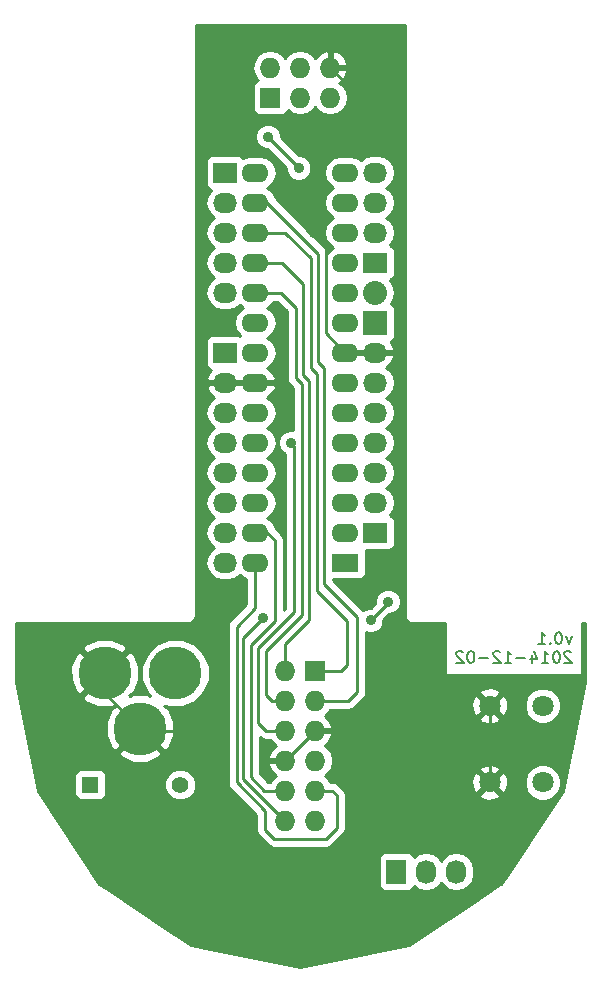
<source format=gbl>
%FSLAX46Y46*%
G04 Gerber Fmt 4.6, Leading zero omitted, Abs format (unit mm)*
G04 Created by KiCad (PCBNEW (2014-10-27 BZR 5228)-product) date 02/12/2014 21:19:55*
%MOMM*%
G01*
G04 APERTURE LIST*
%ADD10C,0.100000*%
%ADD11C,0.200000*%
%ADD12R,1.397000X1.397000*%
%ADD13C,1.397000*%
%ADD14O,2.286000X1.574800*%
%ADD15R,2.286000X1.574800*%
%ADD16R,1.727200X2.032000*%
%ADD17O,1.727200X2.032000*%
%ADD18R,1.727200X1.727200*%
%ADD19O,1.727200X1.727200*%
%ADD20R,2.032000X1.727200*%
%ADD21O,2.032000X1.727200*%
%ADD22R,2.032000X2.032000*%
%ADD23O,2.032000X2.032000*%
%ADD24C,1.800000*%
%ADD25C,4.500000*%
%ADD26C,0.889000*%
%ADD27C,0.254000*%
G04 APERTURE END LIST*
D10*
D11*
X231251143Y-100204714D02*
X231013048Y-100871381D01*
X230774952Y-100204714D01*
X230203524Y-99871381D02*
X230108285Y-99871381D01*
X230013047Y-99919000D01*
X229965428Y-99966619D01*
X229917809Y-100061857D01*
X229870190Y-100252333D01*
X229870190Y-100490429D01*
X229917809Y-100680905D01*
X229965428Y-100776143D01*
X230013047Y-100823762D01*
X230108285Y-100871381D01*
X230203524Y-100871381D01*
X230298762Y-100823762D01*
X230346381Y-100776143D01*
X230394000Y-100680905D01*
X230441619Y-100490429D01*
X230441619Y-100252333D01*
X230394000Y-100061857D01*
X230346381Y-99966619D01*
X230298762Y-99919000D01*
X230203524Y-99871381D01*
X229441619Y-100776143D02*
X229394000Y-100823762D01*
X229441619Y-100871381D01*
X229489238Y-100823762D01*
X229441619Y-100776143D01*
X229441619Y-100871381D01*
X228441619Y-100871381D02*
X229013048Y-100871381D01*
X228727334Y-100871381D02*
X228727334Y-99871381D01*
X228822572Y-100014238D01*
X228917810Y-100109476D01*
X229013048Y-100157095D01*
X231203524Y-101566619D02*
X231155905Y-101519000D01*
X231060667Y-101471381D01*
X230822571Y-101471381D01*
X230727333Y-101519000D01*
X230679714Y-101566619D01*
X230632095Y-101661857D01*
X230632095Y-101757095D01*
X230679714Y-101899952D01*
X231251143Y-102471381D01*
X230632095Y-102471381D01*
X230013048Y-101471381D02*
X229917809Y-101471381D01*
X229822571Y-101519000D01*
X229774952Y-101566619D01*
X229727333Y-101661857D01*
X229679714Y-101852333D01*
X229679714Y-102090429D01*
X229727333Y-102280905D01*
X229774952Y-102376143D01*
X229822571Y-102423762D01*
X229917809Y-102471381D01*
X230013048Y-102471381D01*
X230108286Y-102423762D01*
X230155905Y-102376143D01*
X230203524Y-102280905D01*
X230251143Y-102090429D01*
X230251143Y-101852333D01*
X230203524Y-101661857D01*
X230155905Y-101566619D01*
X230108286Y-101519000D01*
X230013048Y-101471381D01*
X228727333Y-102471381D02*
X229298762Y-102471381D01*
X229013048Y-102471381D02*
X229013048Y-101471381D01*
X229108286Y-101614238D01*
X229203524Y-101709476D01*
X229298762Y-101757095D01*
X227870190Y-101804714D02*
X227870190Y-102471381D01*
X228108286Y-101423762D02*
X228346381Y-102138048D01*
X227727333Y-102138048D01*
X227346381Y-102090429D02*
X226584476Y-102090429D01*
X225584476Y-102471381D02*
X226155905Y-102471381D01*
X225870191Y-102471381D02*
X225870191Y-101471381D01*
X225965429Y-101614238D01*
X226060667Y-101709476D01*
X226155905Y-101757095D01*
X225203524Y-101566619D02*
X225155905Y-101519000D01*
X225060667Y-101471381D01*
X224822571Y-101471381D01*
X224727333Y-101519000D01*
X224679714Y-101566619D01*
X224632095Y-101661857D01*
X224632095Y-101757095D01*
X224679714Y-101899952D01*
X225251143Y-102471381D01*
X224632095Y-102471381D01*
X224203524Y-102090429D02*
X223441619Y-102090429D01*
X222774953Y-101471381D02*
X222679714Y-101471381D01*
X222584476Y-101519000D01*
X222536857Y-101566619D01*
X222489238Y-101661857D01*
X222441619Y-101852333D01*
X222441619Y-102090429D01*
X222489238Y-102280905D01*
X222536857Y-102376143D01*
X222584476Y-102423762D01*
X222679714Y-102471381D01*
X222774953Y-102471381D01*
X222870191Y-102423762D01*
X222917810Y-102376143D01*
X222965429Y-102280905D01*
X223013048Y-102090429D01*
X223013048Y-101852333D01*
X222965429Y-101661857D01*
X222917810Y-101566619D01*
X222870191Y-101519000D01*
X222774953Y-101471381D01*
X222060667Y-101566619D02*
X222013048Y-101519000D01*
X221917810Y-101471381D01*
X221679714Y-101471381D01*
X221584476Y-101519000D01*
X221536857Y-101566619D01*
X221489238Y-101661857D01*
X221489238Y-101757095D01*
X221536857Y-101899952D01*
X222108286Y-102471381D01*
X221489238Y-102471381D01*
D12*
X190500000Y-112776000D03*
D13*
X198120000Y-112776000D03*
D14*
X212090000Y-91440000D03*
X212090000Y-88900000D03*
X212090000Y-86360000D03*
X212090000Y-83820000D03*
X212090000Y-81280000D03*
X212090000Y-78740000D03*
X212090000Y-76200000D03*
X212090000Y-73660000D03*
X212090000Y-71120000D03*
X212090000Y-68580000D03*
X212090000Y-66040000D03*
X212090000Y-63500000D03*
X212090000Y-60960000D03*
D15*
X212090000Y-93980000D03*
D14*
X204470000Y-60960000D03*
X204470000Y-63500000D03*
X204470000Y-66040000D03*
X204470000Y-68580000D03*
X204470000Y-71120000D03*
X204470000Y-73660000D03*
X204470000Y-76200000D03*
X204470000Y-78740000D03*
X204470000Y-81280000D03*
X204470000Y-83820000D03*
X204470000Y-86360000D03*
X204470000Y-88900000D03*
X204470000Y-91440000D03*
X204470000Y-93980000D03*
D16*
X216408000Y-120142000D03*
D17*
X218948000Y-120142000D03*
X221488000Y-120142000D03*
D18*
X205740000Y-54610000D03*
D19*
X205740000Y-52070000D03*
X208280000Y-54610000D03*
X208280000Y-52070000D03*
X210820000Y-54610000D03*
X210820000Y-52070000D03*
D20*
X214630000Y-91440000D03*
D21*
X214630000Y-88900000D03*
X214630000Y-86360000D03*
X214630000Y-83820000D03*
X214630000Y-81280000D03*
X214630000Y-78740000D03*
X214630000Y-76200000D03*
D20*
X201930000Y-76200000D03*
D21*
X201930000Y-78740000D03*
X201930000Y-81280000D03*
X201930000Y-83820000D03*
X201930000Y-86360000D03*
X201930000Y-88900000D03*
X201930000Y-91440000D03*
X201930000Y-93980000D03*
D22*
X214630000Y-73660000D03*
D23*
X214630000Y-71120000D03*
D20*
X201930000Y-60960000D03*
D21*
X201930000Y-63500000D03*
X201930000Y-66040000D03*
X201930000Y-68580000D03*
X201930000Y-71120000D03*
D20*
X214630000Y-68580000D03*
D21*
X214630000Y-66040000D03*
X214630000Y-63500000D03*
X214630000Y-60960000D03*
D24*
X228818000Y-112597000D03*
X224318000Y-112597000D03*
X228818000Y-106097000D03*
X224318000Y-106097000D03*
D18*
X209550000Y-103124000D03*
D19*
X207010000Y-103124000D03*
X209550000Y-105664000D03*
X207010000Y-105664000D03*
X209550000Y-108204000D03*
X207010000Y-108204000D03*
X209550000Y-110744000D03*
X207010000Y-110744000D03*
X209550000Y-113284000D03*
X207010000Y-113284000D03*
X209550000Y-115824000D03*
X207010000Y-115824000D03*
D25*
X197716140Y-103327200D03*
X191716660Y-103327200D03*
X194716400Y-108026200D03*
D26*
X209423000Y-66040000D03*
X200660000Y-112522000D03*
X208153000Y-60579000D03*
X205549500Y-57912000D03*
X214249000Y-98869500D03*
X215709500Y-97282000D03*
X205105000Y-98679000D03*
X207518000Y-83820000D03*
D27*
X191716660Y-103327200D02*
X191716660Y-105026460D01*
X191716660Y-105026460D02*
X194894200Y-108204000D01*
X194894200Y-108204000D02*
X199390000Y-108204000D01*
X204470000Y-78740000D02*
X201930000Y-78740000D01*
X200660000Y-78740000D02*
X199898000Y-79502000D01*
X201930000Y-78740000D02*
X200660000Y-78740000D01*
X212090000Y-76200000D02*
X214630000Y-76200000D01*
X209550000Y-59309000D02*
X212979000Y-55880000D01*
X209550000Y-65913000D02*
X209550000Y-59309000D01*
X209423000Y-66040000D02*
X209550000Y-65913000D01*
X200787000Y-56769000D02*
X207010000Y-56769000D01*
X207010000Y-56769000D02*
X209550000Y-59309000D01*
X210439000Y-74549000D02*
X210439000Y-67056000D01*
X210439000Y-67056000D02*
X209423000Y-66040000D01*
X212090000Y-76200000D02*
X210439000Y-74549000D01*
X212979000Y-55880000D02*
X212979000Y-54229000D01*
X212979000Y-54229000D02*
X210820000Y-52070000D01*
X199898000Y-79502000D02*
X199898000Y-95631000D01*
X199898000Y-95631000D02*
X201549000Y-97282000D01*
X201549000Y-97282000D02*
X201549000Y-104013000D01*
X201549000Y-106045000D02*
X199390000Y-108204000D01*
X199390000Y-108204000D02*
X199263000Y-108204000D01*
X201549000Y-104013000D02*
X201549000Y-106045000D01*
X191970660Y-105204260D02*
X191970660Y-103505000D01*
X199898000Y-57658000D02*
X200787000Y-56769000D01*
X199898000Y-79502000D02*
X199898000Y-57658000D01*
X200660000Y-111252000D02*
X200660000Y-112522000D01*
X200660000Y-109601000D02*
X200660000Y-111252000D01*
X199263000Y-108204000D02*
X200660000Y-109601000D01*
X224318000Y-112597000D02*
X224318000Y-106097000D01*
X209550000Y-108204000D02*
X207010000Y-110744000D01*
X205549500Y-57975500D02*
X208153000Y-60579000D01*
X205549500Y-57912000D02*
X205549500Y-57975500D01*
X215709500Y-97409000D02*
X214249000Y-98869500D01*
X215709500Y-97282000D02*
X215709500Y-97409000D01*
X205105000Y-98679000D02*
X203454000Y-100330000D01*
X203454000Y-100330000D02*
X203454000Y-112268000D01*
X203454000Y-112268000D02*
X207010000Y-115824000D01*
X207518000Y-83820000D02*
X207772000Y-84074000D01*
X207772000Y-84074000D02*
X207772000Y-98171000D01*
X207772000Y-98171000D02*
X204724000Y-101219000D01*
X204724000Y-101219000D02*
X204724000Y-107569000D01*
X204724000Y-107569000D02*
X205359000Y-108204000D01*
X205359000Y-108204000D02*
X207010000Y-108204000D01*
X209804000Y-67818000D02*
X209804000Y-76962000D01*
X205486000Y-63500000D02*
X209804000Y-67818000D01*
X204470000Y-63500000D02*
X205486000Y-63500000D01*
X209804000Y-76962000D02*
X210312000Y-77470000D01*
X210312000Y-77470000D02*
X210312000Y-95758000D01*
X210312000Y-95758000D02*
X213106000Y-98552000D01*
X213106000Y-98552000D02*
X213106000Y-104902000D01*
X213106000Y-104902000D02*
X212344000Y-105664000D01*
X212344000Y-105664000D02*
X209550000Y-105664000D01*
X207010000Y-66040000D02*
X209169000Y-68199000D01*
X204470000Y-66040000D02*
X207010000Y-66040000D01*
X209169000Y-68199000D02*
X209169000Y-77470000D01*
X209169000Y-77470000D02*
X209677000Y-77978000D01*
X209677000Y-77978000D02*
X209677000Y-96393000D01*
X209677000Y-96393000D02*
X212217000Y-98933000D01*
X212217000Y-98933000D02*
X212217000Y-102616000D01*
X212217000Y-102616000D02*
X211709000Y-103124000D01*
X211709000Y-103124000D02*
X209550000Y-103124000D01*
X206756000Y-68580000D02*
X208534000Y-70358000D01*
X204470000Y-68580000D02*
X206756000Y-68580000D01*
X208534000Y-70358000D02*
X208534000Y-78105000D01*
X208534000Y-78105000D02*
X209042000Y-78613000D01*
X209042000Y-78613000D02*
X209042000Y-98806000D01*
X209042000Y-98806000D02*
X207010000Y-100838000D01*
X207010000Y-100838000D02*
X207010000Y-103124000D01*
X204470000Y-71120000D02*
X205486000Y-71120000D01*
X206629000Y-71120000D02*
X207899000Y-72390000D01*
X204470000Y-71120000D02*
X206629000Y-71120000D01*
X207899000Y-72390000D02*
X207899000Y-78359000D01*
X207899000Y-78359000D02*
X208407000Y-78867000D01*
X208407000Y-78867000D02*
X208407000Y-98425000D01*
X208407000Y-98425000D02*
X205359000Y-101473000D01*
X205359000Y-101473000D02*
X205359000Y-105156000D01*
X205359000Y-105156000D02*
X205867000Y-105664000D01*
X205867000Y-105664000D02*
X207010000Y-105664000D01*
X206121000Y-98933000D02*
X204089000Y-100965000D01*
X204089000Y-100965000D02*
X204089000Y-112141000D01*
X204089000Y-112141000D02*
X205232000Y-113284000D01*
X205232000Y-113284000D02*
X207010000Y-113284000D01*
X204470000Y-91440000D02*
X205232000Y-91440000D01*
X206121000Y-92075000D02*
X206121000Y-98933000D01*
X205486000Y-91440000D02*
X206121000Y-92075000D01*
X204470000Y-91440000D02*
X205486000Y-91440000D01*
X202895200Y-99415600D02*
X202895200Y-112572800D01*
X202895200Y-112572800D02*
X205333600Y-115011200D01*
X205333600Y-115011200D02*
X205333600Y-116586000D01*
X205333600Y-116586000D02*
X206095600Y-117348000D01*
X206095600Y-117348000D02*
X210464400Y-117348000D01*
X210464400Y-117348000D02*
X211378800Y-116433600D01*
X211378800Y-116433600D02*
X211378800Y-113690400D01*
X211378800Y-113690400D02*
X210972400Y-113284000D01*
X210972400Y-113284000D02*
X209550000Y-113284000D01*
X204470000Y-97840800D02*
X202895200Y-99415600D01*
X204470000Y-93980000D02*
X204470000Y-97840800D01*
G36*
X207157000Y-110871000D02*
X207137000Y-110871000D01*
X207137000Y-110891000D01*
X206883000Y-110891000D01*
X206883000Y-110871000D01*
X205675531Y-110871000D01*
X205555032Y-111103027D01*
X205803179Y-111632490D01*
X206221160Y-112014007D01*
X205950330Y-112194971D01*
X205731816Y-112522000D01*
X205547630Y-112522000D01*
X204851000Y-111825370D01*
X204851000Y-108763405D01*
X204968376Y-108841834D01*
X205067395Y-108907996D01*
X205067396Y-108907996D01*
X205359000Y-108966000D01*
X205731816Y-108966000D01*
X205950330Y-109293029D01*
X206221160Y-109473992D01*
X205803179Y-109855510D01*
X205555032Y-110384973D01*
X205675531Y-110617000D01*
X206883000Y-110617000D01*
X206883000Y-110597000D01*
X207137000Y-110597000D01*
X207137000Y-110617000D01*
X207157000Y-110617000D01*
X207157000Y-110871000D01*
X207157000Y-110871000D01*
G37*
X207157000Y-110871000D02*
X207137000Y-110871000D01*
X207137000Y-110891000D01*
X206883000Y-110891000D01*
X206883000Y-110871000D01*
X205675531Y-110871000D01*
X205555032Y-111103027D01*
X205803179Y-111632490D01*
X206221160Y-112014007D01*
X205950330Y-112194971D01*
X205731816Y-112522000D01*
X205547630Y-112522000D01*
X204851000Y-111825370D01*
X204851000Y-108763405D01*
X204968376Y-108841834D01*
X205067395Y-108907996D01*
X205067396Y-108907996D01*
X205359000Y-108966000D01*
X205731816Y-108966000D01*
X205950330Y-109293029D01*
X206221160Y-109473992D01*
X205803179Y-109855510D01*
X205555032Y-110384973D01*
X205675531Y-110617000D01*
X206883000Y-110617000D01*
X206883000Y-110597000D01*
X207137000Y-110597000D01*
X207137000Y-110617000D01*
X207157000Y-110617000D01*
X207157000Y-110871000D01*
G36*
X232360000Y-104072533D02*
X230514621Y-113349880D01*
X230353265Y-113591366D01*
X230353265Y-112293009D01*
X230353265Y-105793009D01*
X230120068Y-105228629D01*
X229688643Y-104796449D01*
X229124670Y-104562267D01*
X228514009Y-104561735D01*
X227949629Y-104794932D01*
X227517449Y-105226357D01*
X227283267Y-105790330D01*
X227282735Y-106400991D01*
X227515932Y-106965371D01*
X227947357Y-107397551D01*
X228511330Y-107631733D01*
X229121991Y-107632265D01*
X229686371Y-107399068D01*
X230118551Y-106967643D01*
X230352733Y-106403670D01*
X230353265Y-105793009D01*
X230353265Y-112293009D01*
X230120068Y-111728629D01*
X229688643Y-111296449D01*
X229124670Y-111062267D01*
X228514009Y-111061735D01*
X227949629Y-111294932D01*
X227517449Y-111726357D01*
X227283267Y-112290330D01*
X227282735Y-112900991D01*
X227515932Y-113465371D01*
X227947357Y-113897551D01*
X228511330Y-114131733D01*
X229121991Y-114132265D01*
X229686371Y-113899068D01*
X230118551Y-113467643D01*
X230352733Y-112903670D01*
X230353265Y-112293009D01*
X230353265Y-113591366D01*
X225864458Y-120309339D01*
X225864458Y-112837664D01*
X225864458Y-106337664D01*
X225838839Y-105727540D01*
X225654643Y-105282852D01*
X225398159Y-105196446D01*
X225218554Y-105376051D01*
X225218554Y-105016841D01*
X225132148Y-104760357D01*
X224558664Y-104550542D01*
X223948540Y-104576161D01*
X223503852Y-104760357D01*
X223417446Y-105016841D01*
X224318000Y-105917395D01*
X225218554Y-105016841D01*
X225218554Y-105376051D01*
X224497605Y-106097000D01*
X225398159Y-106997554D01*
X225654643Y-106911148D01*
X225864458Y-106337664D01*
X225864458Y-112837664D01*
X225838839Y-112227540D01*
X225654643Y-111782852D01*
X225398159Y-111696446D01*
X225218554Y-111876051D01*
X225218554Y-111516841D01*
X225218554Y-107177159D01*
X224318000Y-106276605D01*
X224138395Y-106456210D01*
X224138395Y-106097000D01*
X223237841Y-105196446D01*
X222981357Y-105282852D01*
X222771542Y-105856336D01*
X222797161Y-106466460D01*
X222981357Y-106911148D01*
X223237841Y-106997554D01*
X224138395Y-106097000D01*
X224138395Y-106456210D01*
X223417446Y-107177159D01*
X223503852Y-107433643D01*
X224077336Y-107643458D01*
X224687460Y-107617839D01*
X225132148Y-107433643D01*
X225218554Y-107177159D01*
X225218554Y-111516841D01*
X225132148Y-111260357D01*
X224558664Y-111050542D01*
X223948540Y-111076161D01*
X223503852Y-111260357D01*
X223417446Y-111516841D01*
X224318000Y-112417395D01*
X225218554Y-111516841D01*
X225218554Y-111876051D01*
X224497605Y-112597000D01*
X225398159Y-113497554D01*
X225654643Y-113411148D01*
X225864458Y-112837664D01*
X225864458Y-120309339D01*
X225297641Y-121157641D01*
X225218554Y-121210485D01*
X225218554Y-113677159D01*
X224318000Y-112776605D01*
X224138395Y-112956210D01*
X224138395Y-112597000D01*
X223237841Y-111696446D01*
X222981357Y-111782852D01*
X222771542Y-112356336D01*
X222797161Y-112966460D01*
X222981357Y-113411148D01*
X223237841Y-113497554D01*
X224138395Y-112597000D01*
X224138395Y-112956210D01*
X223417446Y-113677159D01*
X223503852Y-113933643D01*
X224077336Y-114143458D01*
X224687460Y-114117839D01*
X225132148Y-113933643D01*
X225218554Y-113677159D01*
X225218554Y-121210485D01*
X222986600Y-122701829D01*
X222986600Y-120326745D01*
X222986600Y-119957255D01*
X222872526Y-119383766D01*
X222547670Y-118897585D01*
X222061489Y-118572729D01*
X221488000Y-118458655D01*
X220914511Y-118572729D01*
X220428330Y-118897585D01*
X220218000Y-119212365D01*
X220007670Y-118897585D01*
X219521489Y-118572729D01*
X218948000Y-118458655D01*
X218374511Y-118572729D01*
X217888330Y-118897585D01*
X217873499Y-118919780D01*
X217809927Y-118766302D01*
X217631299Y-118587673D01*
X217397910Y-118491000D01*
X217145291Y-118491000D01*
X216789187Y-118491000D01*
X216789187Y-97068216D01*
X216625189Y-96671311D01*
X216321786Y-96367378D01*
X215925168Y-96202687D01*
X215495716Y-96202313D01*
X215098811Y-96366311D01*
X214794878Y-96669714D01*
X214630187Y-97066332D01*
X214629886Y-97410983D01*
X214250869Y-97790000D01*
X214035216Y-97789813D01*
X213638311Y-97953811D01*
X213611853Y-97980222D01*
X211074000Y-95442369D01*
X211074000Y-95402400D01*
X213359309Y-95402400D01*
X213592698Y-95305727D01*
X213771327Y-95127099D01*
X213868000Y-94893710D01*
X213868000Y-94641091D01*
X213868000Y-93066291D01*
X213815108Y-92938600D01*
X215772309Y-92938600D01*
X216005698Y-92841927D01*
X216184327Y-92663299D01*
X216281000Y-92429910D01*
X216281000Y-92177291D01*
X216281000Y-90450091D01*
X216184327Y-90216702D01*
X216005699Y-90038073D01*
X215852220Y-89974499D01*
X215874415Y-89959670D01*
X216199271Y-89473489D01*
X216313345Y-88900000D01*
X216199271Y-88326511D01*
X215874415Y-87840330D01*
X215559634Y-87630000D01*
X215874415Y-87419670D01*
X216199271Y-86933489D01*
X216313345Y-86360000D01*
X216199271Y-85786511D01*
X215874415Y-85300330D01*
X215559634Y-85090000D01*
X215874415Y-84879670D01*
X216199271Y-84393489D01*
X216313345Y-83820000D01*
X216199271Y-83246511D01*
X215874415Y-82760330D01*
X215559634Y-82550000D01*
X215874415Y-82339670D01*
X216199271Y-81853489D01*
X216313345Y-81280000D01*
X216199271Y-80706511D01*
X215874415Y-80220330D01*
X215559634Y-80010000D01*
X215874415Y-79799670D01*
X216199271Y-79313489D01*
X216313345Y-78740000D01*
X216199271Y-78166511D01*
X215874415Y-77680330D01*
X215564930Y-77473539D01*
X215980732Y-77102036D01*
X216234709Y-76574791D01*
X216237358Y-76559026D01*
X216116217Y-76327000D01*
X214757000Y-76327000D01*
X214757000Y-76347000D01*
X214503000Y-76347000D01*
X214503000Y-76327000D01*
X213702852Y-76327000D01*
X213143783Y-76327000D01*
X212217000Y-76327000D01*
X212217000Y-76347000D01*
X211963000Y-76347000D01*
X211963000Y-76327000D01*
X211943000Y-76327000D01*
X211943000Y-76073000D01*
X211963000Y-76073000D01*
X211963000Y-76053000D01*
X212217000Y-76053000D01*
X212217000Y-76073000D01*
X213143783Y-76073000D01*
X213702852Y-76073000D01*
X214503000Y-76073000D01*
X214503000Y-76053000D01*
X214757000Y-76053000D01*
X214757000Y-76073000D01*
X216116217Y-76073000D01*
X216237358Y-75840974D01*
X216234709Y-75825209D01*
X215980732Y-75297964D01*
X215924681Y-75247885D01*
X216005698Y-75214327D01*
X216184327Y-75035699D01*
X216281000Y-74802310D01*
X216281000Y-74549691D01*
X216281000Y-72517691D01*
X216184327Y-72284302D01*
X216005699Y-72105673D01*
X215954628Y-72084518D01*
X216155325Y-71784155D01*
X216281000Y-71152345D01*
X216281000Y-71087655D01*
X216155325Y-70455845D01*
X215874871Y-70036117D01*
X216005698Y-69981927D01*
X216184327Y-69803299D01*
X216281000Y-69569910D01*
X216281000Y-69317291D01*
X216281000Y-67590091D01*
X216184327Y-67356702D01*
X216005699Y-67178073D01*
X215852220Y-67114499D01*
X215874415Y-67099670D01*
X216199271Y-66613489D01*
X216313345Y-66040000D01*
X216199271Y-65466511D01*
X215874415Y-64980330D01*
X215559634Y-64770000D01*
X215874415Y-64559670D01*
X216199271Y-64073489D01*
X216313345Y-63500000D01*
X216199271Y-62926511D01*
X215874415Y-62440330D01*
X215559634Y-62230000D01*
X215874415Y-62019670D01*
X216199271Y-61533489D01*
X216313345Y-60960000D01*
X216199271Y-60386511D01*
X215874415Y-59900330D01*
X215388234Y-59575474D01*
X214814745Y-59461400D01*
X214445255Y-59461400D01*
X213871766Y-59575474D01*
X213395584Y-59893648D01*
X213024762Y-59645874D01*
X212480433Y-59537600D01*
X212347959Y-59537600D01*
X212347959Y-54610000D01*
X212233885Y-54036511D01*
X211909029Y-53550330D01*
X211585771Y-53334336D01*
X211708490Y-53276821D01*
X212102688Y-52844947D01*
X212274958Y-52429026D01*
X212274958Y-51710974D01*
X212102688Y-51295053D01*
X211708490Y-50863179D01*
X211179027Y-50615032D01*
X210947000Y-50735531D01*
X210947000Y-51943000D01*
X212153817Y-51943000D01*
X212274958Y-51710974D01*
X212274958Y-52429026D01*
X212153817Y-52197000D01*
X210947000Y-52197000D01*
X210947000Y-52217000D01*
X210693000Y-52217000D01*
X210693000Y-52197000D01*
X210673000Y-52197000D01*
X210673000Y-51943000D01*
X210693000Y-51943000D01*
X210693000Y-50735531D01*
X210460973Y-50615032D01*
X209931510Y-50863179D01*
X209549992Y-51281160D01*
X209369029Y-51010330D01*
X208882848Y-50685474D01*
X208309359Y-50571400D01*
X208250641Y-50571400D01*
X207677152Y-50685474D01*
X207190971Y-51010330D01*
X207010000Y-51281172D01*
X206829029Y-51010330D01*
X206342848Y-50685474D01*
X205769359Y-50571400D01*
X205710641Y-50571400D01*
X205137152Y-50685474D01*
X204650971Y-51010330D01*
X204326115Y-51496511D01*
X204212041Y-52070000D01*
X204326115Y-52643489D01*
X204650971Y-53129670D01*
X204672023Y-53143736D01*
X204516702Y-53208073D01*
X204338073Y-53386701D01*
X204241400Y-53620090D01*
X204241400Y-53872709D01*
X204241400Y-55599909D01*
X204338073Y-55833298D01*
X204516701Y-56011927D01*
X204750090Y-56108600D01*
X205002709Y-56108600D01*
X206729909Y-56108600D01*
X206963298Y-56011927D01*
X207141927Y-55833299D01*
X207205643Y-55679473D01*
X207677152Y-55994526D01*
X208250641Y-56108600D01*
X208309359Y-56108600D01*
X208882848Y-55994526D01*
X209369029Y-55669670D01*
X209550000Y-55398827D01*
X209730971Y-55669670D01*
X210217152Y-55994526D01*
X210790641Y-56108600D01*
X210849359Y-56108600D01*
X211422848Y-55994526D01*
X211909029Y-55669670D01*
X212233885Y-55183489D01*
X212347959Y-54610000D01*
X212347959Y-59537600D01*
X211699567Y-59537600D01*
X211155238Y-59645874D01*
X210693778Y-59954211D01*
X210385441Y-60415671D01*
X210277167Y-60960000D01*
X210385441Y-61504329D01*
X210693778Y-61965789D01*
X211089198Y-62229999D01*
X210693778Y-62494211D01*
X210385441Y-62955671D01*
X210277167Y-63500000D01*
X210385441Y-64044329D01*
X210693778Y-64505789D01*
X211089198Y-64769999D01*
X210693778Y-65034211D01*
X210385441Y-65495671D01*
X210277167Y-66040000D01*
X210385441Y-66584329D01*
X210693778Y-67045789D01*
X211089198Y-67309999D01*
X210693778Y-67574211D01*
X210557944Y-67777501D01*
X210507996Y-67526395D01*
X210342815Y-67279185D01*
X209232687Y-66169057D01*
X209232687Y-60365216D01*
X209068689Y-59968311D01*
X208765286Y-59664378D01*
X208368668Y-59499687D01*
X208151127Y-59499497D01*
X206628943Y-57977313D01*
X206629187Y-57698216D01*
X206465189Y-57301311D01*
X206161786Y-56997378D01*
X205765168Y-56832687D01*
X205335716Y-56832313D01*
X204938811Y-56996311D01*
X204634878Y-57299714D01*
X204470187Y-57696332D01*
X204469813Y-58125784D01*
X204633811Y-58522689D01*
X204937214Y-58826622D01*
X205333832Y-58991313D01*
X205487817Y-58991447D01*
X207073500Y-60577130D01*
X207073313Y-60792784D01*
X207237311Y-61189689D01*
X207540714Y-61493622D01*
X207937332Y-61658313D01*
X208366784Y-61658687D01*
X208763689Y-61494689D01*
X209067622Y-61191286D01*
X209232313Y-60794668D01*
X209232687Y-60365216D01*
X209232687Y-66169057D01*
X206213110Y-63149480D01*
X206174559Y-62955671D01*
X205866222Y-62494211D01*
X205470801Y-62229999D01*
X205866222Y-61965789D01*
X206174559Y-61504329D01*
X206282833Y-60960000D01*
X206174559Y-60415671D01*
X205866222Y-59954211D01*
X205404762Y-59645874D01*
X204860433Y-59537600D01*
X204079567Y-59537600D01*
X203535238Y-59645874D01*
X203450271Y-59702646D01*
X203305699Y-59558073D01*
X203072310Y-59461400D01*
X202819691Y-59461400D01*
X200787691Y-59461400D01*
X200554302Y-59558073D01*
X200375673Y-59736701D01*
X200279000Y-59970090D01*
X200279000Y-60222709D01*
X200279000Y-61949909D01*
X200375673Y-62183298D01*
X200554301Y-62361927D01*
X200707779Y-62425500D01*
X200685585Y-62440330D01*
X200360729Y-62926511D01*
X200246655Y-63500000D01*
X200360729Y-64073489D01*
X200685585Y-64559670D01*
X201000365Y-64770000D01*
X200685585Y-64980330D01*
X200360729Y-65466511D01*
X200246655Y-66040000D01*
X200360729Y-66613489D01*
X200685585Y-67099670D01*
X201000365Y-67310000D01*
X200685585Y-67520330D01*
X200360729Y-68006511D01*
X200246655Y-68580000D01*
X200360729Y-69153489D01*
X200685585Y-69639670D01*
X201000365Y-69850000D01*
X200685585Y-70060330D01*
X200360729Y-70546511D01*
X200246655Y-71120000D01*
X200360729Y-71693489D01*
X200685585Y-72179670D01*
X201171766Y-72504526D01*
X201745255Y-72618600D01*
X202114745Y-72618600D01*
X202688234Y-72504526D01*
X203164415Y-72186351D01*
X203469198Y-72389999D01*
X203073778Y-72654211D01*
X202765441Y-73115671D01*
X202657167Y-73660000D01*
X202765441Y-74204329D01*
X203073778Y-74665789D01*
X203216393Y-74761081D01*
X203072310Y-74701400D01*
X202819691Y-74701400D01*
X200787691Y-74701400D01*
X200554302Y-74798073D01*
X200375673Y-74976701D01*
X200279000Y-75210090D01*
X200279000Y-75462709D01*
X200279000Y-77189909D01*
X200375673Y-77423298D01*
X200554301Y-77601927D01*
X200751860Y-77683758D01*
X200579268Y-77837964D01*
X200325291Y-78365209D01*
X200322642Y-78380974D01*
X200443783Y-78613000D01*
X201803000Y-78613000D01*
X201803000Y-78593000D01*
X202057000Y-78593000D01*
X202057000Y-78613000D01*
X202857148Y-78613000D01*
X203416217Y-78613000D01*
X204343000Y-78613000D01*
X204343000Y-78593000D01*
X204597000Y-78593000D01*
X204597000Y-78613000D01*
X206082852Y-78613000D01*
X206205010Y-78392940D01*
X206188327Y-78313004D01*
X205921191Y-77824014D01*
X205487262Y-77474475D01*
X205471170Y-77469753D01*
X205866222Y-77205789D01*
X206174559Y-76744329D01*
X206282833Y-76200000D01*
X206174559Y-75655671D01*
X205866222Y-75194211D01*
X205470801Y-74929999D01*
X205866222Y-74665789D01*
X206174559Y-74204329D01*
X206282833Y-73660000D01*
X206174559Y-73115671D01*
X205866222Y-72654211D01*
X205470801Y-72389999D01*
X205866222Y-72125789D01*
X206029116Y-71882000D01*
X206313369Y-71882000D01*
X207137000Y-72705630D01*
X207137000Y-78359000D01*
X207195004Y-78650605D01*
X207360185Y-78897815D01*
X207645000Y-79182630D01*
X207645000Y-82740609D01*
X207304216Y-82740313D01*
X206907311Y-82904311D01*
X206603378Y-83207714D01*
X206438687Y-83604332D01*
X206438313Y-84033784D01*
X206602311Y-84430689D01*
X206905714Y-84734622D01*
X207010000Y-84777925D01*
X207010000Y-97855370D01*
X206883000Y-97982370D01*
X206883000Y-92075000D01*
X206824996Y-91783396D01*
X206824996Y-91783395D01*
X206758834Y-91684376D01*
X206659816Y-91536185D01*
X206213110Y-91089479D01*
X206174559Y-90895671D01*
X205866222Y-90434211D01*
X205470801Y-90169999D01*
X205866222Y-89905789D01*
X206174559Y-89444329D01*
X206282833Y-88900000D01*
X206174559Y-88355671D01*
X205866222Y-87894211D01*
X205470801Y-87629999D01*
X205866222Y-87365789D01*
X206174559Y-86904329D01*
X206282833Y-86360000D01*
X206174559Y-85815671D01*
X205866222Y-85354211D01*
X205470801Y-85089999D01*
X205866222Y-84825789D01*
X206174559Y-84364329D01*
X206282833Y-83820000D01*
X206174559Y-83275671D01*
X205866222Y-82814211D01*
X205470801Y-82549999D01*
X205866222Y-82285789D01*
X206174559Y-81824329D01*
X206282833Y-81280000D01*
X206174559Y-80735671D01*
X205866222Y-80274211D01*
X205471170Y-80010246D01*
X205487262Y-80005525D01*
X205921191Y-79655986D01*
X206188327Y-79166996D01*
X206205010Y-79087060D01*
X206082852Y-78867000D01*
X204597000Y-78867000D01*
X204597000Y-78887000D01*
X204343000Y-78887000D01*
X204343000Y-78867000D01*
X203416217Y-78867000D01*
X202857148Y-78867000D01*
X202057000Y-78867000D01*
X202057000Y-78887000D01*
X201803000Y-78887000D01*
X201803000Y-78867000D01*
X200443783Y-78867000D01*
X200322642Y-79099026D01*
X200325291Y-79114791D01*
X200579268Y-79642036D01*
X200995069Y-80013539D01*
X200685585Y-80220330D01*
X200360729Y-80706511D01*
X200246655Y-81280000D01*
X200360729Y-81853489D01*
X200685585Y-82339670D01*
X201000365Y-82550000D01*
X200685585Y-82760330D01*
X200360729Y-83246511D01*
X200246655Y-83820000D01*
X200360729Y-84393489D01*
X200685585Y-84879670D01*
X201000365Y-85090000D01*
X200685585Y-85300330D01*
X200360729Y-85786511D01*
X200246655Y-86360000D01*
X200360729Y-86933489D01*
X200685585Y-87419670D01*
X201000365Y-87630000D01*
X200685585Y-87840330D01*
X200360729Y-88326511D01*
X200246655Y-88900000D01*
X200360729Y-89473489D01*
X200685585Y-89959670D01*
X201000365Y-90170000D01*
X200685585Y-90380330D01*
X200360729Y-90866511D01*
X200246655Y-91440000D01*
X200360729Y-92013489D01*
X200685585Y-92499670D01*
X201000365Y-92710000D01*
X200685585Y-92920330D01*
X200360729Y-93406511D01*
X200246655Y-93980000D01*
X200360729Y-94553489D01*
X200685585Y-95039670D01*
X201171766Y-95364526D01*
X201745255Y-95478600D01*
X202114745Y-95478600D01*
X202688234Y-95364526D01*
X203164415Y-95046351D01*
X203535238Y-95294126D01*
X203708000Y-95328490D01*
X203708000Y-97525169D01*
X202356385Y-98876785D01*
X202191204Y-99123995D01*
X202133200Y-99415600D01*
X202133200Y-112572800D01*
X202191204Y-112864405D01*
X202356385Y-113111615D01*
X204571600Y-115326830D01*
X204571600Y-116586000D01*
X204629604Y-116877605D01*
X204794785Y-117124815D01*
X205556785Y-117886816D01*
X205704976Y-117985834D01*
X205803995Y-118051996D01*
X205803996Y-118051996D01*
X206095600Y-118110000D01*
X210464400Y-118110000D01*
X210464400Y-118109999D01*
X210756004Y-118051996D01*
X210756005Y-118051996D01*
X211003215Y-117886815D01*
X211917615Y-116972415D01*
X212082796Y-116725205D01*
X212082796Y-116725204D01*
X212140800Y-116433600D01*
X212140800Y-113690400D01*
X212082796Y-113398795D01*
X211917615Y-113151585D01*
X211917615Y-113151584D01*
X211511215Y-112745185D01*
X211264005Y-112580004D01*
X210972400Y-112522000D01*
X210828183Y-112522000D01*
X210609670Y-112194971D01*
X210338827Y-112014000D01*
X210609670Y-111833029D01*
X210934526Y-111346848D01*
X211048600Y-110773359D01*
X211048600Y-110714641D01*
X210934526Y-110141152D01*
X210609670Y-109654971D01*
X210338839Y-109474007D01*
X210756821Y-109092490D01*
X211004968Y-108563027D01*
X210884469Y-108331000D01*
X209677000Y-108331000D01*
X209677000Y-108351000D01*
X209423000Y-108351000D01*
X209423000Y-108331000D01*
X209403000Y-108331000D01*
X209403000Y-108077000D01*
X209423000Y-108077000D01*
X209423000Y-108057000D01*
X209677000Y-108057000D01*
X209677000Y-108077000D01*
X210884469Y-108077000D01*
X211004968Y-107844973D01*
X210756821Y-107315510D01*
X210338839Y-106933992D01*
X210609670Y-106753029D01*
X210828183Y-106426000D01*
X212344000Y-106426000D01*
X212344000Y-106425999D01*
X212635604Y-106367996D01*
X212635605Y-106367996D01*
X212882815Y-106202815D01*
X213644815Y-105440815D01*
X213644816Y-105440815D01*
X213743834Y-105292623D01*
X213809996Y-105193605D01*
X213809996Y-105193604D01*
X213868000Y-104902000D01*
X213868000Y-99880160D01*
X214033332Y-99948813D01*
X214462784Y-99949187D01*
X214859689Y-99785189D01*
X215163622Y-99481786D01*
X215328313Y-99085168D01*
X215328502Y-98867627D01*
X215834520Y-98361609D01*
X215923284Y-98361687D01*
X216320189Y-98197689D01*
X216624122Y-97894286D01*
X216788813Y-97497668D01*
X216789187Y-97068216D01*
X216789187Y-118491000D01*
X215418091Y-118491000D01*
X215184702Y-118587673D01*
X215006073Y-118766301D01*
X214909400Y-118999690D01*
X214909400Y-119252309D01*
X214909400Y-121284309D01*
X215006073Y-121517698D01*
X215184701Y-121696327D01*
X215418090Y-121793000D01*
X215670709Y-121793000D01*
X217397909Y-121793000D01*
X217631298Y-121696327D01*
X217809927Y-121517699D01*
X217873500Y-121364220D01*
X217888330Y-121386415D01*
X218374511Y-121711271D01*
X218948000Y-121825345D01*
X219521489Y-121711271D01*
X220007670Y-121386415D01*
X220218000Y-121071634D01*
X220428330Y-121386415D01*
X220914511Y-121711271D01*
X221488000Y-121825345D01*
X222061489Y-121711271D01*
X222547670Y-121386415D01*
X222872526Y-120900234D01*
X222986600Y-120326745D01*
X222986600Y-122701829D01*
X217489880Y-126374621D01*
X208279999Y-128206580D01*
X200601639Y-126679259D01*
X200601639Y-102755856D01*
X200163350Y-101695114D01*
X199352495Y-100882843D01*
X198292520Y-100442702D01*
X197144796Y-100441701D01*
X196084054Y-100879990D01*
X195271783Y-101690845D01*
X194831642Y-102750820D01*
X194830641Y-103898544D01*
X195268930Y-104959286D01*
X195565461Y-105256335D01*
X195278954Y-105138973D01*
X194603887Y-105141618D01*
X194131238Y-105143470D01*
X193835172Y-105266104D01*
X193772128Y-105203060D01*
X194168829Y-104951825D01*
X194603887Y-103889754D01*
X194599390Y-102742038D01*
X194168829Y-101702575D01*
X193772127Y-101451338D01*
X193592522Y-101630943D01*
X193592522Y-101271733D01*
X193341285Y-100875031D01*
X192279214Y-100439973D01*
X191131498Y-100444470D01*
X190092035Y-100875031D01*
X189840798Y-101271733D01*
X191716660Y-103147595D01*
X193592522Y-101271733D01*
X193592522Y-101630943D01*
X191896265Y-103327200D01*
X191910407Y-103341342D01*
X191730802Y-103520947D01*
X191716660Y-103506805D01*
X191537055Y-103686410D01*
X191537055Y-103327200D01*
X189661193Y-101451338D01*
X189264491Y-101702575D01*
X188829433Y-102764646D01*
X188833930Y-103912362D01*
X189264491Y-104951825D01*
X189661193Y-105203062D01*
X191537055Y-103327200D01*
X191537055Y-103686410D01*
X189840798Y-105382667D01*
X190092035Y-105779369D01*
X191154106Y-106214427D01*
X192301822Y-106209930D01*
X192597887Y-106087295D01*
X192660931Y-106150339D01*
X192264231Y-106401575D01*
X191829173Y-107463646D01*
X191833670Y-108611362D01*
X192264231Y-109650825D01*
X192660933Y-109902062D01*
X194536795Y-108026200D01*
X194522652Y-108012057D01*
X194702257Y-107832452D01*
X194716400Y-107846595D01*
X194730542Y-107832452D01*
X194910147Y-108012057D01*
X194896005Y-108026200D01*
X196771867Y-109902062D01*
X197168569Y-109650825D01*
X197603627Y-108588754D01*
X197599130Y-107441038D01*
X197168569Y-106401575D01*
X196771868Y-106150339D01*
X196836453Y-106085754D01*
X197139760Y-106211698D01*
X198287484Y-106212699D01*
X199348226Y-105774410D01*
X200160497Y-104963555D01*
X200600638Y-103903580D01*
X200601639Y-102755856D01*
X200601639Y-126679259D01*
X199453731Y-126450926D01*
X199453731Y-112511914D01*
X199251146Y-112021620D01*
X198876353Y-111646173D01*
X198386413Y-111442732D01*
X197855914Y-111442269D01*
X197603627Y-111546511D01*
X197365620Y-111644854D01*
X196990173Y-112019647D01*
X196786732Y-112509587D01*
X196786269Y-113040086D01*
X196988854Y-113530380D01*
X197363647Y-113905827D01*
X197853587Y-114109268D01*
X198384086Y-114109731D01*
X198874380Y-113907146D01*
X199249827Y-113532353D01*
X199453268Y-113042413D01*
X199453731Y-112511914D01*
X199453731Y-126450926D01*
X199070119Y-126374621D01*
X196592262Y-124718969D01*
X196592262Y-110081667D01*
X194716400Y-108205805D01*
X194536795Y-108385410D01*
X192840538Y-110081667D01*
X193091775Y-110478369D01*
X194153846Y-110913427D01*
X195301562Y-110908930D01*
X196341025Y-110478369D01*
X196592262Y-110081667D01*
X196592262Y-124718969D01*
X191833500Y-121539265D01*
X191833500Y-113600810D01*
X191833500Y-113348191D01*
X191833500Y-111951191D01*
X191736827Y-111717802D01*
X191558199Y-111539173D01*
X191324810Y-111442500D01*
X191072191Y-111442500D01*
X189675191Y-111442500D01*
X189441802Y-111539173D01*
X189263173Y-111717801D01*
X189166500Y-111951190D01*
X189166500Y-112203809D01*
X189166500Y-113600809D01*
X189263173Y-113834198D01*
X189441801Y-114012827D01*
X189675190Y-114109500D01*
X189927809Y-114109500D01*
X191324809Y-114109500D01*
X191558198Y-114012827D01*
X191736827Y-113834199D01*
X191833500Y-113600810D01*
X191833500Y-121539265D01*
X191262358Y-121157641D01*
X186045378Y-113349880D01*
X184200000Y-104072532D01*
X184200000Y-99110000D01*
X198755000Y-99110000D01*
X199017138Y-99057857D01*
X199239368Y-98909368D01*
X199387857Y-98687138D01*
X199440000Y-98425000D01*
X199440000Y-48437000D01*
X217120000Y-48437000D01*
X217120000Y-98425000D01*
X217172143Y-98687138D01*
X217320632Y-98909368D01*
X217542862Y-99057857D01*
X217805000Y-99110000D01*
X220563762Y-99110000D01*
X220563762Y-103454000D01*
X232129000Y-103454000D01*
X232129000Y-99110000D01*
X232360000Y-99110000D01*
X232360000Y-104072533D01*
X232360000Y-104072533D01*
G37*
X232360000Y-104072533D02*
X230514621Y-113349880D01*
X230353265Y-113591366D01*
X230353265Y-112293009D01*
X230353265Y-105793009D01*
X230120068Y-105228629D01*
X229688643Y-104796449D01*
X229124670Y-104562267D01*
X228514009Y-104561735D01*
X227949629Y-104794932D01*
X227517449Y-105226357D01*
X227283267Y-105790330D01*
X227282735Y-106400991D01*
X227515932Y-106965371D01*
X227947357Y-107397551D01*
X228511330Y-107631733D01*
X229121991Y-107632265D01*
X229686371Y-107399068D01*
X230118551Y-106967643D01*
X230352733Y-106403670D01*
X230353265Y-105793009D01*
X230353265Y-112293009D01*
X230120068Y-111728629D01*
X229688643Y-111296449D01*
X229124670Y-111062267D01*
X228514009Y-111061735D01*
X227949629Y-111294932D01*
X227517449Y-111726357D01*
X227283267Y-112290330D01*
X227282735Y-112900991D01*
X227515932Y-113465371D01*
X227947357Y-113897551D01*
X228511330Y-114131733D01*
X229121991Y-114132265D01*
X229686371Y-113899068D01*
X230118551Y-113467643D01*
X230352733Y-112903670D01*
X230353265Y-112293009D01*
X230353265Y-113591366D01*
X225864458Y-120309339D01*
X225864458Y-112837664D01*
X225864458Y-106337664D01*
X225838839Y-105727540D01*
X225654643Y-105282852D01*
X225398159Y-105196446D01*
X225218554Y-105376051D01*
X225218554Y-105016841D01*
X225132148Y-104760357D01*
X224558664Y-104550542D01*
X223948540Y-104576161D01*
X223503852Y-104760357D01*
X223417446Y-105016841D01*
X224318000Y-105917395D01*
X225218554Y-105016841D01*
X225218554Y-105376051D01*
X224497605Y-106097000D01*
X225398159Y-106997554D01*
X225654643Y-106911148D01*
X225864458Y-106337664D01*
X225864458Y-112837664D01*
X225838839Y-112227540D01*
X225654643Y-111782852D01*
X225398159Y-111696446D01*
X225218554Y-111876051D01*
X225218554Y-111516841D01*
X225218554Y-107177159D01*
X224318000Y-106276605D01*
X224138395Y-106456210D01*
X224138395Y-106097000D01*
X223237841Y-105196446D01*
X222981357Y-105282852D01*
X222771542Y-105856336D01*
X222797161Y-106466460D01*
X222981357Y-106911148D01*
X223237841Y-106997554D01*
X224138395Y-106097000D01*
X224138395Y-106456210D01*
X223417446Y-107177159D01*
X223503852Y-107433643D01*
X224077336Y-107643458D01*
X224687460Y-107617839D01*
X225132148Y-107433643D01*
X225218554Y-107177159D01*
X225218554Y-111516841D01*
X225132148Y-111260357D01*
X224558664Y-111050542D01*
X223948540Y-111076161D01*
X223503852Y-111260357D01*
X223417446Y-111516841D01*
X224318000Y-112417395D01*
X225218554Y-111516841D01*
X225218554Y-111876051D01*
X224497605Y-112597000D01*
X225398159Y-113497554D01*
X225654643Y-113411148D01*
X225864458Y-112837664D01*
X225864458Y-120309339D01*
X225297641Y-121157641D01*
X225218554Y-121210485D01*
X225218554Y-113677159D01*
X224318000Y-112776605D01*
X224138395Y-112956210D01*
X224138395Y-112597000D01*
X223237841Y-111696446D01*
X222981357Y-111782852D01*
X222771542Y-112356336D01*
X222797161Y-112966460D01*
X222981357Y-113411148D01*
X223237841Y-113497554D01*
X224138395Y-112597000D01*
X224138395Y-112956210D01*
X223417446Y-113677159D01*
X223503852Y-113933643D01*
X224077336Y-114143458D01*
X224687460Y-114117839D01*
X225132148Y-113933643D01*
X225218554Y-113677159D01*
X225218554Y-121210485D01*
X222986600Y-122701829D01*
X222986600Y-120326745D01*
X222986600Y-119957255D01*
X222872526Y-119383766D01*
X222547670Y-118897585D01*
X222061489Y-118572729D01*
X221488000Y-118458655D01*
X220914511Y-118572729D01*
X220428330Y-118897585D01*
X220218000Y-119212365D01*
X220007670Y-118897585D01*
X219521489Y-118572729D01*
X218948000Y-118458655D01*
X218374511Y-118572729D01*
X217888330Y-118897585D01*
X217873499Y-118919780D01*
X217809927Y-118766302D01*
X217631299Y-118587673D01*
X217397910Y-118491000D01*
X217145291Y-118491000D01*
X216789187Y-118491000D01*
X216789187Y-97068216D01*
X216625189Y-96671311D01*
X216321786Y-96367378D01*
X215925168Y-96202687D01*
X215495716Y-96202313D01*
X215098811Y-96366311D01*
X214794878Y-96669714D01*
X214630187Y-97066332D01*
X214629886Y-97410983D01*
X214250869Y-97790000D01*
X214035216Y-97789813D01*
X213638311Y-97953811D01*
X213611853Y-97980222D01*
X211074000Y-95442369D01*
X211074000Y-95402400D01*
X213359309Y-95402400D01*
X213592698Y-95305727D01*
X213771327Y-95127099D01*
X213868000Y-94893710D01*
X213868000Y-94641091D01*
X213868000Y-93066291D01*
X213815108Y-92938600D01*
X215772309Y-92938600D01*
X216005698Y-92841927D01*
X216184327Y-92663299D01*
X216281000Y-92429910D01*
X216281000Y-92177291D01*
X216281000Y-90450091D01*
X216184327Y-90216702D01*
X216005699Y-90038073D01*
X215852220Y-89974499D01*
X215874415Y-89959670D01*
X216199271Y-89473489D01*
X216313345Y-88900000D01*
X216199271Y-88326511D01*
X215874415Y-87840330D01*
X215559634Y-87630000D01*
X215874415Y-87419670D01*
X216199271Y-86933489D01*
X216313345Y-86360000D01*
X216199271Y-85786511D01*
X215874415Y-85300330D01*
X215559634Y-85090000D01*
X215874415Y-84879670D01*
X216199271Y-84393489D01*
X216313345Y-83820000D01*
X216199271Y-83246511D01*
X215874415Y-82760330D01*
X215559634Y-82550000D01*
X215874415Y-82339670D01*
X216199271Y-81853489D01*
X216313345Y-81280000D01*
X216199271Y-80706511D01*
X215874415Y-80220330D01*
X215559634Y-80010000D01*
X215874415Y-79799670D01*
X216199271Y-79313489D01*
X216313345Y-78740000D01*
X216199271Y-78166511D01*
X215874415Y-77680330D01*
X215564930Y-77473539D01*
X215980732Y-77102036D01*
X216234709Y-76574791D01*
X216237358Y-76559026D01*
X216116217Y-76327000D01*
X214757000Y-76327000D01*
X214757000Y-76347000D01*
X214503000Y-76347000D01*
X214503000Y-76327000D01*
X213702852Y-76327000D01*
X213143783Y-76327000D01*
X212217000Y-76327000D01*
X212217000Y-76347000D01*
X211963000Y-76347000D01*
X211963000Y-76327000D01*
X211943000Y-76327000D01*
X211943000Y-76073000D01*
X211963000Y-76073000D01*
X211963000Y-76053000D01*
X212217000Y-76053000D01*
X212217000Y-76073000D01*
X213143783Y-76073000D01*
X213702852Y-76073000D01*
X214503000Y-76073000D01*
X214503000Y-76053000D01*
X214757000Y-76053000D01*
X214757000Y-76073000D01*
X216116217Y-76073000D01*
X216237358Y-75840974D01*
X216234709Y-75825209D01*
X215980732Y-75297964D01*
X215924681Y-75247885D01*
X216005698Y-75214327D01*
X216184327Y-75035699D01*
X216281000Y-74802310D01*
X216281000Y-74549691D01*
X216281000Y-72517691D01*
X216184327Y-72284302D01*
X216005699Y-72105673D01*
X215954628Y-72084518D01*
X216155325Y-71784155D01*
X216281000Y-71152345D01*
X216281000Y-71087655D01*
X216155325Y-70455845D01*
X215874871Y-70036117D01*
X216005698Y-69981927D01*
X216184327Y-69803299D01*
X216281000Y-69569910D01*
X216281000Y-69317291D01*
X216281000Y-67590091D01*
X216184327Y-67356702D01*
X216005699Y-67178073D01*
X215852220Y-67114499D01*
X215874415Y-67099670D01*
X216199271Y-66613489D01*
X216313345Y-66040000D01*
X216199271Y-65466511D01*
X215874415Y-64980330D01*
X215559634Y-64770000D01*
X215874415Y-64559670D01*
X216199271Y-64073489D01*
X216313345Y-63500000D01*
X216199271Y-62926511D01*
X215874415Y-62440330D01*
X215559634Y-62230000D01*
X215874415Y-62019670D01*
X216199271Y-61533489D01*
X216313345Y-60960000D01*
X216199271Y-60386511D01*
X215874415Y-59900330D01*
X215388234Y-59575474D01*
X214814745Y-59461400D01*
X214445255Y-59461400D01*
X213871766Y-59575474D01*
X213395584Y-59893648D01*
X213024762Y-59645874D01*
X212480433Y-59537600D01*
X212347959Y-59537600D01*
X212347959Y-54610000D01*
X212233885Y-54036511D01*
X211909029Y-53550330D01*
X211585771Y-53334336D01*
X211708490Y-53276821D01*
X212102688Y-52844947D01*
X212274958Y-52429026D01*
X212274958Y-51710974D01*
X212102688Y-51295053D01*
X211708490Y-50863179D01*
X211179027Y-50615032D01*
X210947000Y-50735531D01*
X210947000Y-51943000D01*
X212153817Y-51943000D01*
X212274958Y-51710974D01*
X212274958Y-52429026D01*
X212153817Y-52197000D01*
X210947000Y-52197000D01*
X210947000Y-52217000D01*
X210693000Y-52217000D01*
X210693000Y-52197000D01*
X210673000Y-52197000D01*
X210673000Y-51943000D01*
X210693000Y-51943000D01*
X210693000Y-50735531D01*
X210460973Y-50615032D01*
X209931510Y-50863179D01*
X209549992Y-51281160D01*
X209369029Y-51010330D01*
X208882848Y-50685474D01*
X208309359Y-50571400D01*
X208250641Y-50571400D01*
X207677152Y-50685474D01*
X207190971Y-51010330D01*
X207010000Y-51281172D01*
X206829029Y-51010330D01*
X206342848Y-50685474D01*
X205769359Y-50571400D01*
X205710641Y-50571400D01*
X205137152Y-50685474D01*
X204650971Y-51010330D01*
X204326115Y-51496511D01*
X204212041Y-52070000D01*
X204326115Y-52643489D01*
X204650971Y-53129670D01*
X204672023Y-53143736D01*
X204516702Y-53208073D01*
X204338073Y-53386701D01*
X204241400Y-53620090D01*
X204241400Y-53872709D01*
X204241400Y-55599909D01*
X204338073Y-55833298D01*
X204516701Y-56011927D01*
X204750090Y-56108600D01*
X205002709Y-56108600D01*
X206729909Y-56108600D01*
X206963298Y-56011927D01*
X207141927Y-55833299D01*
X207205643Y-55679473D01*
X207677152Y-55994526D01*
X208250641Y-56108600D01*
X208309359Y-56108600D01*
X208882848Y-55994526D01*
X209369029Y-55669670D01*
X209550000Y-55398827D01*
X209730971Y-55669670D01*
X210217152Y-55994526D01*
X210790641Y-56108600D01*
X210849359Y-56108600D01*
X211422848Y-55994526D01*
X211909029Y-55669670D01*
X212233885Y-55183489D01*
X212347959Y-54610000D01*
X212347959Y-59537600D01*
X211699567Y-59537600D01*
X211155238Y-59645874D01*
X210693778Y-59954211D01*
X210385441Y-60415671D01*
X210277167Y-60960000D01*
X210385441Y-61504329D01*
X210693778Y-61965789D01*
X211089198Y-62229999D01*
X210693778Y-62494211D01*
X210385441Y-62955671D01*
X210277167Y-63500000D01*
X210385441Y-64044329D01*
X210693778Y-64505789D01*
X211089198Y-64769999D01*
X210693778Y-65034211D01*
X210385441Y-65495671D01*
X210277167Y-66040000D01*
X210385441Y-66584329D01*
X210693778Y-67045789D01*
X211089198Y-67309999D01*
X210693778Y-67574211D01*
X210557944Y-67777501D01*
X210507996Y-67526395D01*
X210342815Y-67279185D01*
X209232687Y-66169057D01*
X209232687Y-60365216D01*
X209068689Y-59968311D01*
X208765286Y-59664378D01*
X208368668Y-59499687D01*
X208151127Y-59499497D01*
X206628943Y-57977313D01*
X206629187Y-57698216D01*
X206465189Y-57301311D01*
X206161786Y-56997378D01*
X205765168Y-56832687D01*
X205335716Y-56832313D01*
X204938811Y-56996311D01*
X204634878Y-57299714D01*
X204470187Y-57696332D01*
X204469813Y-58125784D01*
X204633811Y-58522689D01*
X204937214Y-58826622D01*
X205333832Y-58991313D01*
X205487817Y-58991447D01*
X207073500Y-60577130D01*
X207073313Y-60792784D01*
X207237311Y-61189689D01*
X207540714Y-61493622D01*
X207937332Y-61658313D01*
X208366784Y-61658687D01*
X208763689Y-61494689D01*
X209067622Y-61191286D01*
X209232313Y-60794668D01*
X209232687Y-60365216D01*
X209232687Y-66169057D01*
X206213110Y-63149480D01*
X206174559Y-62955671D01*
X205866222Y-62494211D01*
X205470801Y-62229999D01*
X205866222Y-61965789D01*
X206174559Y-61504329D01*
X206282833Y-60960000D01*
X206174559Y-60415671D01*
X205866222Y-59954211D01*
X205404762Y-59645874D01*
X204860433Y-59537600D01*
X204079567Y-59537600D01*
X203535238Y-59645874D01*
X203450271Y-59702646D01*
X203305699Y-59558073D01*
X203072310Y-59461400D01*
X202819691Y-59461400D01*
X200787691Y-59461400D01*
X200554302Y-59558073D01*
X200375673Y-59736701D01*
X200279000Y-59970090D01*
X200279000Y-60222709D01*
X200279000Y-61949909D01*
X200375673Y-62183298D01*
X200554301Y-62361927D01*
X200707779Y-62425500D01*
X200685585Y-62440330D01*
X200360729Y-62926511D01*
X200246655Y-63500000D01*
X200360729Y-64073489D01*
X200685585Y-64559670D01*
X201000365Y-64770000D01*
X200685585Y-64980330D01*
X200360729Y-65466511D01*
X200246655Y-66040000D01*
X200360729Y-66613489D01*
X200685585Y-67099670D01*
X201000365Y-67310000D01*
X200685585Y-67520330D01*
X200360729Y-68006511D01*
X200246655Y-68580000D01*
X200360729Y-69153489D01*
X200685585Y-69639670D01*
X201000365Y-69850000D01*
X200685585Y-70060330D01*
X200360729Y-70546511D01*
X200246655Y-71120000D01*
X200360729Y-71693489D01*
X200685585Y-72179670D01*
X201171766Y-72504526D01*
X201745255Y-72618600D01*
X202114745Y-72618600D01*
X202688234Y-72504526D01*
X203164415Y-72186351D01*
X203469198Y-72389999D01*
X203073778Y-72654211D01*
X202765441Y-73115671D01*
X202657167Y-73660000D01*
X202765441Y-74204329D01*
X203073778Y-74665789D01*
X203216393Y-74761081D01*
X203072310Y-74701400D01*
X202819691Y-74701400D01*
X200787691Y-74701400D01*
X200554302Y-74798073D01*
X200375673Y-74976701D01*
X200279000Y-75210090D01*
X200279000Y-75462709D01*
X200279000Y-77189909D01*
X200375673Y-77423298D01*
X200554301Y-77601927D01*
X200751860Y-77683758D01*
X200579268Y-77837964D01*
X200325291Y-78365209D01*
X200322642Y-78380974D01*
X200443783Y-78613000D01*
X201803000Y-78613000D01*
X201803000Y-78593000D01*
X202057000Y-78593000D01*
X202057000Y-78613000D01*
X202857148Y-78613000D01*
X203416217Y-78613000D01*
X204343000Y-78613000D01*
X204343000Y-78593000D01*
X204597000Y-78593000D01*
X204597000Y-78613000D01*
X206082852Y-78613000D01*
X206205010Y-78392940D01*
X206188327Y-78313004D01*
X205921191Y-77824014D01*
X205487262Y-77474475D01*
X205471170Y-77469753D01*
X205866222Y-77205789D01*
X206174559Y-76744329D01*
X206282833Y-76200000D01*
X206174559Y-75655671D01*
X205866222Y-75194211D01*
X205470801Y-74929999D01*
X205866222Y-74665789D01*
X206174559Y-74204329D01*
X206282833Y-73660000D01*
X206174559Y-73115671D01*
X205866222Y-72654211D01*
X205470801Y-72389999D01*
X205866222Y-72125789D01*
X206029116Y-71882000D01*
X206313369Y-71882000D01*
X207137000Y-72705630D01*
X207137000Y-78359000D01*
X207195004Y-78650605D01*
X207360185Y-78897815D01*
X207645000Y-79182630D01*
X207645000Y-82740609D01*
X207304216Y-82740313D01*
X206907311Y-82904311D01*
X206603378Y-83207714D01*
X206438687Y-83604332D01*
X206438313Y-84033784D01*
X206602311Y-84430689D01*
X206905714Y-84734622D01*
X207010000Y-84777925D01*
X207010000Y-97855370D01*
X206883000Y-97982370D01*
X206883000Y-92075000D01*
X206824996Y-91783396D01*
X206824996Y-91783395D01*
X206758834Y-91684376D01*
X206659816Y-91536185D01*
X206213110Y-91089479D01*
X206174559Y-90895671D01*
X205866222Y-90434211D01*
X205470801Y-90169999D01*
X205866222Y-89905789D01*
X206174559Y-89444329D01*
X206282833Y-88900000D01*
X206174559Y-88355671D01*
X205866222Y-87894211D01*
X205470801Y-87629999D01*
X205866222Y-87365789D01*
X206174559Y-86904329D01*
X206282833Y-86360000D01*
X206174559Y-85815671D01*
X205866222Y-85354211D01*
X205470801Y-85089999D01*
X205866222Y-84825789D01*
X206174559Y-84364329D01*
X206282833Y-83820000D01*
X206174559Y-83275671D01*
X205866222Y-82814211D01*
X205470801Y-82549999D01*
X205866222Y-82285789D01*
X206174559Y-81824329D01*
X206282833Y-81280000D01*
X206174559Y-80735671D01*
X205866222Y-80274211D01*
X205471170Y-80010246D01*
X205487262Y-80005525D01*
X205921191Y-79655986D01*
X206188327Y-79166996D01*
X206205010Y-79087060D01*
X206082852Y-78867000D01*
X204597000Y-78867000D01*
X204597000Y-78887000D01*
X204343000Y-78887000D01*
X204343000Y-78867000D01*
X203416217Y-78867000D01*
X202857148Y-78867000D01*
X202057000Y-78867000D01*
X202057000Y-78887000D01*
X201803000Y-78887000D01*
X201803000Y-78867000D01*
X200443783Y-78867000D01*
X200322642Y-79099026D01*
X200325291Y-79114791D01*
X200579268Y-79642036D01*
X200995069Y-80013539D01*
X200685585Y-80220330D01*
X200360729Y-80706511D01*
X200246655Y-81280000D01*
X200360729Y-81853489D01*
X200685585Y-82339670D01*
X201000365Y-82550000D01*
X200685585Y-82760330D01*
X200360729Y-83246511D01*
X200246655Y-83820000D01*
X200360729Y-84393489D01*
X200685585Y-84879670D01*
X201000365Y-85090000D01*
X200685585Y-85300330D01*
X200360729Y-85786511D01*
X200246655Y-86360000D01*
X200360729Y-86933489D01*
X200685585Y-87419670D01*
X201000365Y-87630000D01*
X200685585Y-87840330D01*
X200360729Y-88326511D01*
X200246655Y-88900000D01*
X200360729Y-89473489D01*
X200685585Y-89959670D01*
X201000365Y-90170000D01*
X200685585Y-90380330D01*
X200360729Y-90866511D01*
X200246655Y-91440000D01*
X200360729Y-92013489D01*
X200685585Y-92499670D01*
X201000365Y-92710000D01*
X200685585Y-92920330D01*
X200360729Y-93406511D01*
X200246655Y-93980000D01*
X200360729Y-94553489D01*
X200685585Y-95039670D01*
X201171766Y-95364526D01*
X201745255Y-95478600D01*
X202114745Y-95478600D01*
X202688234Y-95364526D01*
X203164415Y-95046351D01*
X203535238Y-95294126D01*
X203708000Y-95328490D01*
X203708000Y-97525169D01*
X202356385Y-98876785D01*
X202191204Y-99123995D01*
X202133200Y-99415600D01*
X202133200Y-112572800D01*
X202191204Y-112864405D01*
X202356385Y-113111615D01*
X204571600Y-115326830D01*
X204571600Y-116586000D01*
X204629604Y-116877605D01*
X204794785Y-117124815D01*
X205556785Y-117886816D01*
X205704976Y-117985834D01*
X205803995Y-118051996D01*
X205803996Y-118051996D01*
X206095600Y-118110000D01*
X210464400Y-118110000D01*
X210464400Y-118109999D01*
X210756004Y-118051996D01*
X210756005Y-118051996D01*
X211003215Y-117886815D01*
X211917615Y-116972415D01*
X212082796Y-116725205D01*
X212082796Y-116725204D01*
X212140800Y-116433600D01*
X212140800Y-113690400D01*
X212082796Y-113398795D01*
X211917615Y-113151585D01*
X211917615Y-113151584D01*
X211511215Y-112745185D01*
X211264005Y-112580004D01*
X210972400Y-112522000D01*
X210828183Y-112522000D01*
X210609670Y-112194971D01*
X210338827Y-112014000D01*
X210609670Y-111833029D01*
X210934526Y-111346848D01*
X211048600Y-110773359D01*
X211048600Y-110714641D01*
X210934526Y-110141152D01*
X210609670Y-109654971D01*
X210338839Y-109474007D01*
X210756821Y-109092490D01*
X211004968Y-108563027D01*
X210884469Y-108331000D01*
X209677000Y-108331000D01*
X209677000Y-108351000D01*
X209423000Y-108351000D01*
X209423000Y-108331000D01*
X209403000Y-108331000D01*
X209403000Y-108077000D01*
X209423000Y-108077000D01*
X209423000Y-108057000D01*
X209677000Y-108057000D01*
X209677000Y-108077000D01*
X210884469Y-108077000D01*
X211004968Y-107844973D01*
X210756821Y-107315510D01*
X210338839Y-106933992D01*
X210609670Y-106753029D01*
X210828183Y-106426000D01*
X212344000Y-106426000D01*
X212344000Y-106425999D01*
X212635604Y-106367996D01*
X212635605Y-106367996D01*
X212882815Y-106202815D01*
X213644815Y-105440815D01*
X213644816Y-105440815D01*
X213743834Y-105292623D01*
X213809996Y-105193605D01*
X213809996Y-105193604D01*
X213868000Y-104902000D01*
X213868000Y-99880160D01*
X214033332Y-99948813D01*
X214462784Y-99949187D01*
X214859689Y-99785189D01*
X215163622Y-99481786D01*
X215328313Y-99085168D01*
X215328502Y-98867627D01*
X215834520Y-98361609D01*
X215923284Y-98361687D01*
X216320189Y-98197689D01*
X216624122Y-97894286D01*
X216788813Y-97497668D01*
X216789187Y-97068216D01*
X216789187Y-118491000D01*
X215418091Y-118491000D01*
X215184702Y-118587673D01*
X215006073Y-118766301D01*
X214909400Y-118999690D01*
X214909400Y-119252309D01*
X214909400Y-121284309D01*
X215006073Y-121517698D01*
X215184701Y-121696327D01*
X215418090Y-121793000D01*
X215670709Y-121793000D01*
X217397909Y-121793000D01*
X217631298Y-121696327D01*
X217809927Y-121517699D01*
X217873500Y-121364220D01*
X217888330Y-121386415D01*
X218374511Y-121711271D01*
X218948000Y-121825345D01*
X219521489Y-121711271D01*
X220007670Y-121386415D01*
X220218000Y-121071634D01*
X220428330Y-121386415D01*
X220914511Y-121711271D01*
X221488000Y-121825345D01*
X222061489Y-121711271D01*
X222547670Y-121386415D01*
X222872526Y-120900234D01*
X222986600Y-120326745D01*
X222986600Y-122701829D01*
X217489880Y-126374621D01*
X208279999Y-128206580D01*
X200601639Y-126679259D01*
X200601639Y-102755856D01*
X200163350Y-101695114D01*
X199352495Y-100882843D01*
X198292520Y-100442702D01*
X197144796Y-100441701D01*
X196084054Y-100879990D01*
X195271783Y-101690845D01*
X194831642Y-102750820D01*
X194830641Y-103898544D01*
X195268930Y-104959286D01*
X195565461Y-105256335D01*
X195278954Y-105138973D01*
X194603887Y-105141618D01*
X194131238Y-105143470D01*
X193835172Y-105266104D01*
X193772128Y-105203060D01*
X194168829Y-104951825D01*
X194603887Y-103889754D01*
X194599390Y-102742038D01*
X194168829Y-101702575D01*
X193772127Y-101451338D01*
X193592522Y-101630943D01*
X193592522Y-101271733D01*
X193341285Y-100875031D01*
X192279214Y-100439973D01*
X191131498Y-100444470D01*
X190092035Y-100875031D01*
X189840798Y-101271733D01*
X191716660Y-103147595D01*
X193592522Y-101271733D01*
X193592522Y-101630943D01*
X191896265Y-103327200D01*
X191910407Y-103341342D01*
X191730802Y-103520947D01*
X191716660Y-103506805D01*
X191537055Y-103686410D01*
X191537055Y-103327200D01*
X189661193Y-101451338D01*
X189264491Y-101702575D01*
X188829433Y-102764646D01*
X188833930Y-103912362D01*
X189264491Y-104951825D01*
X189661193Y-105203062D01*
X191537055Y-103327200D01*
X191537055Y-103686410D01*
X189840798Y-105382667D01*
X190092035Y-105779369D01*
X191154106Y-106214427D01*
X192301822Y-106209930D01*
X192597887Y-106087295D01*
X192660931Y-106150339D01*
X192264231Y-106401575D01*
X191829173Y-107463646D01*
X191833670Y-108611362D01*
X192264231Y-109650825D01*
X192660933Y-109902062D01*
X194536795Y-108026200D01*
X194522652Y-108012057D01*
X194702257Y-107832452D01*
X194716400Y-107846595D01*
X194730542Y-107832452D01*
X194910147Y-108012057D01*
X194896005Y-108026200D01*
X196771867Y-109902062D01*
X197168569Y-109650825D01*
X197603627Y-108588754D01*
X197599130Y-107441038D01*
X197168569Y-106401575D01*
X196771868Y-106150339D01*
X196836453Y-106085754D01*
X197139760Y-106211698D01*
X198287484Y-106212699D01*
X199348226Y-105774410D01*
X200160497Y-104963555D01*
X200600638Y-103903580D01*
X200601639Y-102755856D01*
X200601639Y-126679259D01*
X199453731Y-126450926D01*
X199453731Y-112511914D01*
X199251146Y-112021620D01*
X198876353Y-111646173D01*
X198386413Y-111442732D01*
X197855914Y-111442269D01*
X197603627Y-111546511D01*
X197365620Y-111644854D01*
X196990173Y-112019647D01*
X196786732Y-112509587D01*
X196786269Y-113040086D01*
X196988854Y-113530380D01*
X197363647Y-113905827D01*
X197853587Y-114109268D01*
X198384086Y-114109731D01*
X198874380Y-113907146D01*
X199249827Y-113532353D01*
X199453268Y-113042413D01*
X199453731Y-112511914D01*
X199453731Y-126450926D01*
X199070119Y-126374621D01*
X196592262Y-124718969D01*
X196592262Y-110081667D01*
X194716400Y-108205805D01*
X194536795Y-108385410D01*
X192840538Y-110081667D01*
X193091775Y-110478369D01*
X194153846Y-110913427D01*
X195301562Y-110908930D01*
X196341025Y-110478369D01*
X196592262Y-110081667D01*
X196592262Y-124718969D01*
X191833500Y-121539265D01*
X191833500Y-113600810D01*
X191833500Y-113348191D01*
X191833500Y-111951191D01*
X191736827Y-111717802D01*
X191558199Y-111539173D01*
X191324810Y-111442500D01*
X191072191Y-111442500D01*
X189675191Y-111442500D01*
X189441802Y-111539173D01*
X189263173Y-111717801D01*
X189166500Y-111951190D01*
X189166500Y-112203809D01*
X189166500Y-113600809D01*
X189263173Y-113834198D01*
X189441801Y-114012827D01*
X189675190Y-114109500D01*
X189927809Y-114109500D01*
X191324809Y-114109500D01*
X191558198Y-114012827D01*
X191736827Y-113834199D01*
X191833500Y-113600810D01*
X191833500Y-121539265D01*
X191262358Y-121157641D01*
X186045378Y-113349880D01*
X184200000Y-104072532D01*
X184200000Y-99110000D01*
X198755000Y-99110000D01*
X199017138Y-99057857D01*
X199239368Y-98909368D01*
X199387857Y-98687138D01*
X199440000Y-98425000D01*
X199440000Y-48437000D01*
X217120000Y-48437000D01*
X217120000Y-98425000D01*
X217172143Y-98687138D01*
X217320632Y-98909368D01*
X217542862Y-99057857D01*
X217805000Y-99110000D01*
X220563762Y-99110000D01*
X220563762Y-103454000D01*
X232129000Y-103454000D01*
X232129000Y-99110000D01*
X232360000Y-99110000D01*
X232360000Y-104072533D01*
M02*

</source>
